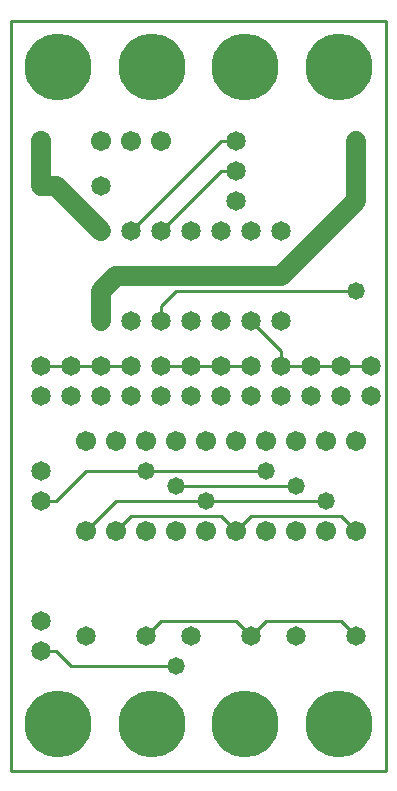
<source format=gbl>
%MOIN*%
%FSLAX25Y25*%
G04 D10 used for Character Trace; *
G04     Circle (OD=.01000) (No hole)*
G04 D11 used for Power Trace; *
G04     Circle (OD=.06700) (No hole)*
G04 D12 used for Signal Trace; *
G04     Circle (OD=.01100) (No hole)*
G04 D13 used for Via; *
G04     Circle (OD=.05800) (Round. Hole ID=.02800)*
G04 D14 used for Component hole; *
G04     Circle (OD=.06500) (Round. Hole ID=.03500)*
G04 D15 used for Component hole; *
G04     Circle (OD=.06700) (Round. Hole ID=.04300)*
G04 D16 used for Component hole; *
G04     Circle (OD=.08100) (Round. Hole ID=.05100)*
G04 D17 used for Component hole; *
G04     Circle (OD=.08900) (Round. Hole ID=.05900)*
G04 D18 used for Component hole; *
G04     Circle (OD=.11300) (Round. Hole ID=.08300)*
G04 D19 used for Component hole; *
G04     Circle (OD=.16000) (Round. Hole ID=.13000)*
G04 D20 used for Component hole; *
G04     Circle (OD=.18300) (Round. Hole ID=.15300)*
G04 D21 used for Component hole; *
G04     Circle (OD=.22291) (Round. Hole ID=.19291)*
%ADD10C,.01000*%
%ADD11C,.06700*%
%ADD12C,.01100*%
%ADD13C,.05800*%
%ADD14C,.06500*%
%ADD15C,.06700*%
%ADD16C,.08100*%
%ADD17C,.08900*%
%ADD18C,.11300*%
%ADD19C,.16000*%
%ADD20C,.18300*%
%ADD21C,.22291*%
%IPPOS*%
%LPD*%
G90*X0Y0D02*D21*X15625Y15625D03*D12*              
X20000Y35000D02*X55000D01*D13*D03*D14*            
X45000Y45000D03*D12*X50000Y50000D01*X75000D01*    
X80000Y45000D01*D14*D03*D12*X85000Y50000D01*      
X110000D01*X115000Y45000D01*D14*D03*X95000D03*D21*
X109375Y15625D03*D15*X115000Y80000D03*D12*        
X110000Y85000D01*X80000D01*X75000Y80000D01*D15*   
D03*D12*X70000Y85000D01*X40000D01*X35000Y80000D01*
D15*D03*X45000D03*D12*X25000D02*X35000Y90000D01*  
D15*X25000Y80000D03*D12*X35000Y90000D02*X65000D01*
D13*D03*D12*X105000D01*D13*D03*D15*               
X95000Y80000D03*D13*Y95000D03*D12*X55000D01*D13*  
D03*X45000Y100000D03*D12*X25000D01*               
X15000Y90000D01*X10000D01*D14*D03*Y100000D03*D15* 
X25000Y110000D03*X35000D03*D14*X40000Y125000D03*  
X30000D03*X20000D03*X10000D03*D12*                
X45000Y100000D02*X85000D01*D13*D03*D15*           
X95000Y110000D03*X75000D03*X85000D03*             
X105000Y80000D03*X65000D03*Y110000D03*            
X85000Y80000D03*X105000Y110000D03*D14*            
X110000Y125000D03*X60000D03*X100000D03*X90000D03* 
X80000D03*X70000D03*D15*X55000Y110000D03*         
X115000D03*X55000Y80000D03*D14*X120000Y135000D03* 
D12*X110000D01*D14*D03*D12*X100000D01*D14*D03*D12*
X90000D01*D14*D03*D12*Y140000D01*X80000Y150000D01*
D14*D03*X90000D03*X70000D03*D11*X35000Y165000D02* 
X90000D01*X30000Y160000D02*X35000Y165000D01*      
X30000Y150000D02*Y160000D01*D14*Y150000D03*       
X40000D03*X20000Y135000D03*D12*X10000D01*D14*D03* 
D12*X20000D02*X30000D01*D14*D03*D12*X40000D01*D14*
D03*X50000Y125000D03*Y135000D03*D12*X60000D01*D14*
D03*D12*X70000D01*D14*D03*D12*X80000D01*D14*D03*  
X60000Y150000D03*D12*X50000Y155000D02*            
X55000Y160000D01*X50000Y150000D02*Y155000D01*D14* 
Y150000D03*D12*X55000Y160000D02*X115000D01*D13*   
D03*D14*X90000Y180000D03*D11*Y165000D02*          
X115000Y190000D01*D14*D03*D11*Y200000D01*D14*D03* 
D11*Y210000D01*D14*D03*D21*X109375Y234375D03*     
X78125D03*D14*X80000Y180000D03*D12*X125000Y0D02*  
Y250000D01*X0Y0D02*X125000D01*X0D02*Y250000D01*   
X125000D01*D14*X75000Y200000D03*D12*X70000D01*    
X50000Y180000D01*D14*D03*X60000D03*X40000D03*D12* 
X70000Y210000D01*X75000D01*D14*D03*Y190000D03*D15*
X50000Y210000D03*D21*X46875Y234375D03*D14*        
X70000Y180000D03*D15*X40000Y210000D03*X30000D03*  
D14*Y195000D03*Y180000D03*D11*X15000Y195000D01*   
X10000D01*D14*D03*D11*Y210000D01*D15*D03*D21*     
X15625Y234375D03*D15*X45000Y110000D03*D14*        
X120000Y125000D03*X10000Y50000D03*X25000Y45000D03*
X60000D03*X10000Y40000D03*D12*X15000D01*          
X20000Y35000D01*D21*X46875Y15625D03*X78125D03*M02*

</source>
